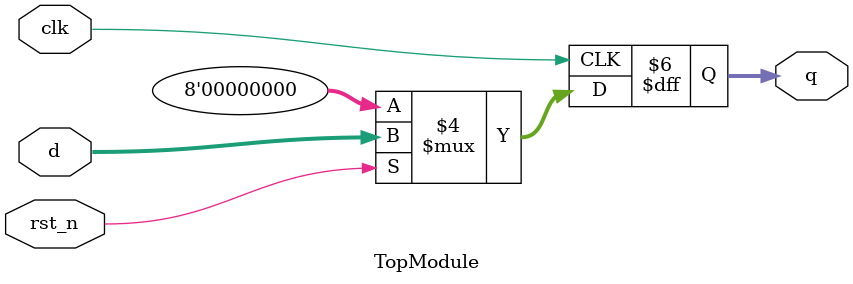
<source format=sv>
module TopModule (
    input logic clk,
    input logic rst_n,
    input logic [7:0] d,
    output logic [7:0] q
);

    always @(posedge clk) begin
        if (!rst_n) begin
            q <= 8'b00000000;
        end else begin
            q <= d;
        end
    end

endmodule
</source>
